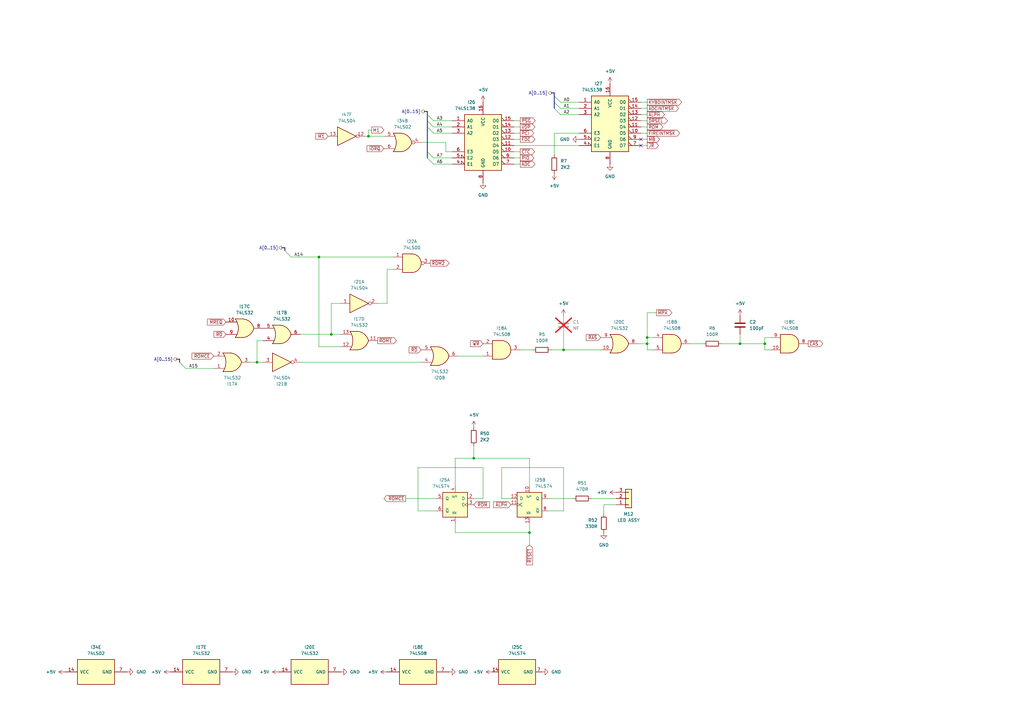
<source format=kicad_sch>
(kicad_sch (version 20250114) (generator "eeschema") (generator_version "9.0")
  (paper "A3")
  (lib_symbols
    (symbol "74xx:74LS00" (pin_names (offset 1.016))
      (property "Reference" "U" (at 0 1.27 0))
      (property "Value" "74LS00" (at 0 -1.27 0))
      (symbol "74LS00_1_1"
        (pin input line (at -7.62 2.54 0) (length 3.81) (name "~") (number "1"))
        (pin input line (at -7.62 -2.54 0) (length 3.81) (name "~") (number "2"))
        (pin output inverted (at 7.62 0 180) (length 3.81) (name "~") (number "3"))
      )
      (symbol "74LS00_1_2"
        (pin input inverted (at -7.62 2.54 0) (length 4.318) (name "~") (number "1"))
        (pin input inverted (at -7.62 -2.54 0) (length 4.318) (name "~") (number "2"))
        (pin output line (at 7.62 0 180) (length 3.81) (name "~") (number "3"))
      )
      (symbol "74LS00_2_1"
        (pin input line (at -7.62 2.54 0) (length 3.81) (name "~") (number "4"))
        (pin input line (at -7.62 -2.54 0) (length 3.81) (name "~") (number "5"))
        (pin output inverted (at 7.62 0 180) (length 3.81) (name "~") (number "6"))
      )
      (symbol "74LS00_2_2"
        (pin input inverted (at -7.62 2.54 0) (length 4.318) (name "~") (number "4"))
        (pin input inverted (at -7.62 -2.54 0) (length 4.318) (name "~") (number "5"))
        (pin output line (at 7.62 0 180) (length 3.81) (name "~") (number "6"))
      )
      (symbol "74LS00_3_1"
        (pin input line (at -7.62 2.54 0) (length 3.81) (name "~") (number "9"))
        (pin input line (at -7.62 -2.54 0) (length 3.81) (name "~") (number "10"))
        (pin output inverted (at 7.62 0 180) (length 3.81) (name "~") (number "8"))
      )
      (symbol "74LS00_3_2"
        (pin input inverted (at -7.62 2.54 0) (length 4.318) (name "~") (number "9"))
        (pin input inverted (at -7.62 -2.54 0) (length 4.318) (name "~") (number "10"))
        (pin output line (at 7.62 0 180) (length 3.81) (name "~") (number "8"))
      )
      (symbol "74LS00_4_1"
        (pin input line (at -7.62 2.54 0) (length 3.81) (name "~") (number "12"))
        (pin input line (at -7.62 -2.54 0) (length 3.81) (name "~") (number "13"))
        (pin output inverted (at 7.62 0 180) (length 3.81) (name "~") (number "11"))
      )
      (symbol "74LS00_4_2"
        (pin input inverted (at -7.62 2.54 0) (length 4.318) (name "~") (number "12"))
        (pin input inverted (at -7.62 -2.54 0) (length 4.318) (name "~") (number "13"))
        (pin output line (at 7.62 0 180) (length 3.81) (name "~") (number "11"))
      )
      (symbol "74LS00_5_0"
        (pin power_in line (at 0 12.7 270) (length 5.08) (name "VCC") (number "14"))
        (pin power_in line (at 0 -12.7 90) (length 5.08) (name "GND") (number "7"))
      )
    )
    (symbol "74xx:74LS02" (pin_names (offset 1.016))
      (property "Reference" "U" (at 0 1.27 0))
      (property "Value" "74LS02" (at 0 -1.27 0))
      (symbol "74LS02_1_1"
        (pin input line (at -7.62 2.54 0) (length 4.318) (name "~") (number "2"))
        (pin input line (at -7.62 -2.54 0) (length 4.318) (name "~") (number "3"))
        (pin output inverted (at 7.62 0 180) (length 3.81) (name "~") (number "1"))
      )
      (symbol "74LS02_1_2"
        (pin input inverted (at -7.62 2.54 0) (length 3.81) (name "~") (number "2"))
        (pin input inverted (at -7.62 -2.54 0) (length 3.81) (name "~") (number "3"))
        (pin output line (at 7.62 0 180) (length 3.81) (name "~") (number "1"))
      )
      (symbol "74LS02_2_1"
        (pin input line (at -7.62 2.54 0) (length 4.318) (name "~") (number "5"))
        (pin input line (at -7.62 -2.54 0) (length 4.318) (name "~") (number "6"))
        (pin output inverted (at 7.62 0 180) (length 3.81) (name "~") (number "4"))
      )
      (symbol "74LS02_2_2"
        (pin input inverted (at -7.62 2.54 0) (length 3.81) (name "~") (number "5"))
        (pin input inverted (at -7.62 -2.54 0) (length 3.81) (name "~") (number "6"))
        (pin output line (at 7.62 0 180) (length 3.81) (name "~") (number "4"))
      )
      (symbol "74LS02_3_1"
        (pin input line (at -7.62 2.54 0) (length 4.318) (name "~") (number "8"))
        (pin input line (at -7.62 -2.54 0) (length 4.318) (name "~") (number "9"))
        (pin output inverted (at 7.62 0 180) (length 3.81) (name "~") (number "10"))
      )
      (symbol "74LS02_3_2"
        (pin input inverted (at -7.62 2.54 0) (length 3.81) (name "~") (number "8"))
        (pin input inverted (at -7.62 -2.54 0) (length 3.81) (name "~") (number "9"))
        (pin output line (at 7.62 0 180) (length 3.81) (name "~") (number "10"))
      )
      (symbol "74LS02_4_1"
        (pin input line (at -7.62 2.54 0) (length 4.318) (name "~") (number "11"))
        (pin input line (at -7.62 -2.54 0) (length 4.318) (name "~") (number "12"))
        (pin output inverted (at 7.62 0 180) (length 3.81) (name "~") (number "13"))
      )
      (symbol "74LS02_4_2"
        (pin input inverted (at -7.62 2.54 0) (length 3.81) (name "~") (number "11"))
        (pin input inverted (at -7.62 -2.54 0) (length 3.81) (name "~") (number "12"))
        (pin output line (at 7.62 0 180) (length 3.81) (name "~") (number "13"))
      )
      (symbol "74LS02_5_0"
        (pin power_in line (at 0 12.7 270) (length 5.08) (name "VCC") (number "14"))
        (pin power_in line (at 0 -12.7 90) (length 5.08) (name "GND") (number "7"))
      )
    )
    (symbol "74xx:74LS04"
      (property "Reference" "U" (at 0 1.27 0))
      (property "Value" "74LS04" (at 0 -1.27 0))
      (symbol "74LS04_1_0"
        (pin input line (at -7.62 0 0) (length 3.81) (name "~") (number "1"))
        (pin output inverted (at 7.62 0 180) (length 3.81) (name "~") (number "2"))
      )
      (symbol "74LS04_2_0"
        (pin input line (at -7.62 0 0) (length 3.81) (name "~") (number "3"))
        (pin output inverted (at 7.62 0 180) (length 3.81) (name "~") (number "4"))
      )
      (symbol "74LS04_3_0"
        (pin input line (at -7.62 0 0) (length 3.81) (name "~") (number "5"))
        (pin output inverted (at 7.62 0 180) (length 3.81) (name "~") (number "6"))
      )
      (symbol "74LS04_4_0"
        (pin input line (at -7.62 0 0) (length 3.81) (name "~") (number "9"))
        (pin output inverted (at 7.62 0 180) (length 3.81) (name "~") (number "8"))
      )
      (symbol "74LS04_5_0"
        (pin input line (at -7.62 0 0) (length 3.81) (name "~") (number "11"))
        (pin output inverted (at 7.62 0 180) (length 3.81) (name "~") (number "10"))
      )
      (symbol "74LS04_6_0"
        (pin input line (at -7.62 0 0) (length 3.81) (name "~") (number "13"))
        (pin output inverted (at 7.62 0 180) (length 3.81) (name "~") (number "12"))
      )
      (symbol "74LS04_7_0"
        (pin power_in line (at 0 12.7 270) (length 5.08) (name "VCC") (number "14"))
        (pin power_in line (at 0 -12.7 90) (length 5.08) (name "GND") (number "7"))
      )
    )
    (symbol "74xx:74LS08" (pin_names (offset 1.016))
      (property "Reference" "U" (at 0 1.27 0))
      (property "Value" "74LS08" (at 0 -1.27 0))
      (symbol "74LS08_1_1"
        (pin input line (at -7.62 2.54 0) (length 3.81) (name "~") (number "1"))
        (pin input line (at -7.62 -2.54 0) (length 3.81) (name "~") (number "2"))
        (pin output line (at 7.62 0 180) (length 3.81) (name "~") (number "3"))
      )
      (symbol "74LS08_1_2"
        (pin input inverted (at -7.62 2.54 0) (length 4.318) (name "~") (number "1"))
        (pin input inverted (at -7.62 -2.54 0) (length 4.318) (name "~") (number "2"))
        (pin output inverted (at 7.62 0 180) (length 3.81) (name "~") (number "3"))
      )
      (symbol "74LS08_2_1"
        (pin input line (at -7.62 2.54 0) (length 3.81) (name "~") (number "4"))
        (pin input line (at -7.62 -2.54 0) (length 3.81) (name "~") (number "5"))
        (pin output line (at 7.62 0 180) (length 3.81) (name "~") (number "6"))
      )
      (symbol "74LS08_2_2"
        (pin input inverted (at -7.62 2.54 0) (length 4.318) (name "~") (number "4"))
        (pin input inverted (at -7.62 -2.54 0) (length 4.318) (name "~") (number "5"))
        (pin output inverted (at 7.62 0 180) (length 3.81) (name "~") (number "6"))
      )
      (symbol "74LS08_3_1"
        (pin input line (at -7.62 2.54 0) (length 3.81) (name "~") (number "9"))
        (pin input line (at -7.62 -2.54 0) (length 3.81) (name "~") (number "10"))
        (pin output line (at 7.62 0 180) (length 3.81) (name "~") (number "8"))
      )
      (symbol "74LS08_3_2"
        (pin input inverted (at -7.62 2.54 0) (length 4.318) (name "~") (number "9"))
        (pin input inverted (at -7.62 -2.54 0) (length 4.318) (name "~") (number "10"))
        (pin output inverted (at 7.62 0 180) (length 3.81) (name "~") (number "8"))
      )
      (symbol "74LS08_4_1"
        (pin input line (at -7.62 2.54 0) (length 3.81) (name "~") (number "12"))
        (pin input line (at -7.62 -2.54 0) (length 3.81) (name "~") (number "13"))
        (pin output line (at 7.62 0 180) (length 3.81) (name "~") (number "11"))
      )
      (symbol "74LS08_4_2"
        (pin input inverted (at -7.62 2.54 0) (length 4.318) (name "~") (number "12"))
        (pin input inverted (at -7.62 -2.54 0) (length 4.318) (name "~") (number "13"))
        (pin output inverted (at 7.62 0 180) (length 3.81) (name "~") (number "11"))
      )
      (symbol "74LS08_5_0"
        (pin power_in line (at 0 12.7 270) (length 5.08) (name "VCC") (number "14"))
        (pin power_in line (at 0 -12.7 90) (length 5.08) (name "GND") (number "7"))
      )
    )
    (symbol "74xx:74LS138" (pin_names (offset 1.016))
      (property "Reference" "U" (at -7.62 11.43 0))
      (property "Value" "74LS138" (at -7.62 -13.97 0))
      (symbol "74LS138_1_0"
        (pin input line (at -12.7 7.62 0) (length 5.08) (name "A0") (number "1"))
        (pin input line (at -12.7 5.08 0) (length 5.08) (name "A1") (number "2"))
        (pin input line (at -12.7 2.54 0) (length 5.08) (name "A2") (number "3"))
        (pin input line (at -12.7 -5.08 0) (length 5.08) (name "E3") (number "6"))
        (pin input input_low (at -12.7 -7.62 0) (length 5.08) (name "E2") (number "5"))
        (pin input input_low (at -12.7 -10.16 0) (length 5.08) (name "E1") (number "4"))
        (pin power_in line (at 0 15.24 270) (length 5.08) (name "VCC") (number "16"))
        (pin power_in line (at 0 -17.78 90) (length 5.08) (name "GND") (number "8"))
        (pin output output_low (at 12.7 7.62 180) (length 5.08) (name "O0") (number "15"))
        (pin output output_low (at 12.7 5.08 180) (length 5.08) (name "O1") (number "14"))
        (pin output output_low (at 12.7 2.54 180) (length 5.08) (name "O2") (number "13"))
        (pin output output_low (at 12.7 0 180) (length 5.08) (name "O3") (number "12"))
        (pin output output_low (at 12.7 -2.54 180) (length 5.08) (name "O4") (number "11"))
        (pin output output_low (at 12.7 -5.08 180) (length 5.08) (name "O5") (number "10"))
        (pin output output_low (at 12.7 -7.62 180) (length 5.08) (name "O6") (number "9"))
        (pin output output_low (at 12.7 -10.16 180) (length 5.08) (name "O7") (number "7"))
      )
    )
    (symbol "74xx:74LS32" (pin_names (offset 1.016))
      (property "Reference" "U" (at 0 1.27 0))
      (property "Value" "74LS32" (at 0 -1.27 0))
      (symbol "74LS32_1_1"
        (pin input line (at -7.62 2.54 0) (length 4.318) (name "~") (number "1"))
        (pin input line (at -7.62 -2.54 0) (length 4.318) (name "~") (number "2"))
        (pin output line (at 7.62 0 180) (length 3.81) (name "~") (number "3"))
      )
      (symbol "74LS32_1_2"
        (pin input inverted (at -7.62 2.54 0) (length 3.81) (name "~") (number "1"))
        (pin input inverted (at -7.62 -2.54 0) (length 3.81) (name "~") (number "2"))
        (pin output inverted (at 7.62 0 180) (length 3.81) (name "~") (number "3"))
      )
      (symbol "74LS32_2_1"
        (pin input line (at -7.62 2.54 0) (length 4.318) (name "~") (number "4"))
        (pin input line (at -7.62 -2.54 0) (length 4.318) (name "~") (number "5"))
        (pin output line (at 7.62 0 180) (length 3.81) (name "~") (number "6"))
      )
      (symbol "74LS32_2_2"
        (pin input inverted (at -7.62 2.54 0) (length 3.81) (name "~") (number "4"))
        (pin input inverted (at -7.62 -2.54 0) (length 3.81) (name "~") (number "5"))
        (pin output inverted (at 7.62 0 180) (length 3.81) (name "~") (number "6"))
      )
      (symbol "74LS32_3_1"
        (pin input line (at -7.62 2.54 0) (length 4.318) (name "~") (number "9"))
        (pin input line (at -7.62 -2.54 0) (length 4.318) (name "~") (number "10"))
        (pin output line (at 7.62 0 180) (length 3.81) (name "~") (number "8"))
      )
      (symbol "74LS32_3_2"
        (pin input inverted (at -7.62 2.54 0) (length 3.81) (name "~") (number "9"))
        (pin input inverted (at -7.62 -2.54 0) (length 3.81) (name "~") (number "10"))
        (pin output inverted (at 7.62 0 180) (length 3.81) (name "~") (number "8"))
      )
      (symbol "74LS32_4_1"
        (pin input line (at -7.62 2.54 0) (length 4.318) (name "~") (number "12"))
        (pin input line (at -7.62 -2.54 0) (length 4.318) (name "~") (number "13"))
        (pin output line (at 7.62 0 180) (length 3.81) (name "~") (number "11"))
      )
      (symbol "74LS32_4_2"
        (pin input inverted (at -7.62 2.54 0) (length 3.81) (name "~") (number "12"))
        (pin input inverted (at -7.62 -2.54 0) (length 3.81) (name "~") (number "13"))
        (pin output inverted (at 7.62 0 180) (length 3.81) (name "~") (number "11"))
      )
      (symbol "74LS32_5_0"
        (pin power_in line (at 0 12.7 270) (length 5.08) (name "VCC") (number "14"))
        (pin power_in line (at 0 -12.7 90) (length 5.08) (name "GND") (number "7"))
      )
    )
    (symbol "74xx:74LS74" (pin_names (offset 1.016))
      (property "Reference" "U" (at -7.62 8.89 0))
      (property "Value" "74LS74" (at -7.62 -8.89 0))
      (symbol "74LS74_1_0"
        (pin input line (at -7.62 2.54 0) (length 2.54) (name "D") (number "2"))
        (pin input clock (at -7.62 0 0) (length 2.54) (name "C") (number "3"))
        (pin input line (at 0 7.62 270) (length 2.54) (name "~{S}") (number "4"))
        (pin input line (at 0 -7.62 90) (length 2.54) (name "~{R}") (number "1"))
        (pin output line (at 7.62 2.54 180) (length 2.54) (name "Q") (number "5"))
        (pin output line (at 7.62 -2.54 180) (length 2.54) (name "~{Q}") (number "6"))
      )
      (symbol "74LS74_2_0"
        (pin input line (at -7.62 2.54 0) (length 2.54) (name "D") (number "12"))
        (pin input clock (at -7.62 0 0) (length 2.54) (name "C") (number "11"))
        (pin input line (at 0 7.62 270) (length 2.54) (name "~{S}") (number "10"))
        (pin input line (at 0 -7.62 90) (length 2.54) (name "~{R}") (number "13"))
        (pin output line (at 7.62 2.54 180) (length 2.54) (name "Q") (number "9"))
        (pin output line (at 7.62 -2.54 180) (length 2.54) (name "~{Q}") (number "8"))
      )
      (symbol "74LS74_3_0"
        (pin power_in line (at 0 10.16 270) (length 2.54) (name "VCC") (number "14"))
        (pin power_in line (at 0 -10.16 90) (length 2.54) (name "GND") (number "7"))
      )
    )
    (symbol "Connector_Generic:Conn_01x03" (pin_names (offset 1.016) (hide yes))
      (property "Reference" "J" (at 0 5.08 0))
      (property "Value" "Conn_01x03" (at 0 -5.08 0))
      (symbol "Conn_01x03_1_1"
        (pin passive line (at -5.08 2.54 0) (length 3.81) (name "Pin_1") (number "1"))
        (pin passive line (at -5.08 0 0) (length 3.81) (name "Pin_2") (number "2"))
        (pin passive line (at -5.08 -2.54 0) (length 3.81) (name "Pin_3") (number "3"))
      )
    )
    (symbol "Device:C" (pin_numbers (hide yes)) (pin_names (offset 0.254))
      (property "Reference" "C" (at 0.635 2.54 0))
      (property "Value" "C" (at 0.635 -2.54 0))
      (symbol "C_1_1"
        (pin passive line (at 0 3.81 270) (length 2.794) (name "~") (number "1"))
        (pin passive line (at 0 -3.81 90) (length 2.794) (name "~") (number "2"))
      )
    )
    (symbol "Device:R" (pin_numbers (hide yes)) (pin_names (offset 0))
      (property "Reference" "R" (at 2.032 0 90))
      (property "Value" "R" (at 0 0 90))
      (symbol "R_1_1"
        (pin passive line (at 0 3.81 270) (length 1.27) (name "~") (number "1"))
        (pin passive line (at 0 -3.81 90) (length 1.27) (name "~") (number "2"))
      )
    )
    (symbol "power:+5V" (power) (pin_numbers (hide yes)) (pin_names (offset 0) (hide yes))
      (property "Value" "+5V" (at 0 3.556 0))
      (symbol "+5V_1_1"
        (pin power_in line (at 0 0 90) (length 0) (name "~") (number "1"))
      )
    )
    (symbol "power:GND" (power) (pin_numbers (hide yes)) (pin_names (offset 0) (hide yes))
      (property "Value" "GND" (at 0 -3.81 0))
      (symbol "GND_1_1"
        (pin power_in line (at 0 0 270) (length 0) (name "~") (number "1"))
      )
    )
  )
  (junction (at 231.14 143.51))
  (junction (at 313.69 140.97))
  (junction (at 265.43 138.43))
  (junction (at 130.81 105.41))
  (junction (at 151.13 55.88))
  (junction (at 135.89 137.16))
  (junction (at 105.41 148.59))
  (junction (at 194.31 187.96))
  (junction (at 303.53 140.97))
  (junction (at 265.43 140.97))
  (junction (at 217.17 218.44))
  (no_connect (at 262.89 57.15))
  (no_connect (at 262.89 59.69))
  (bus_entry (at 229.87 44.45) (size -2.54 -2.54))
  (bus_entry (at 177.8 54.61) (size -2.54 -2.54))
  (bus_entry (at 177.8 64.77) (size -2.54 -2.54))
  (bus_entry (at 177.8 49.53) (size -2.54 -2.54))
  (bus_entry (at 119.38 105.41) (size -2.54 -2.54))
  (bus_entry (at 229.87 46.99) (size -2.54 -2.54))
  (bus_entry (at 76.2 151.13) (size -2.54 -2.54))
  (bus_entry (at 177.8 67.31) (size -2.54 -2.54))
  (bus_entry (at 177.8 52.07) (size -2.54 -2.54))
  (bus_entry (at 229.87 41.91) (size -2.54 -2.54))
  (wire (pts (xy 185.42 67.31) (xy 177.8 67.31)))
  (bus (pts (xy 175.26 49.53) (xy 175.26 52.07)))
  (wire (pts (xy 194.31 204.47) (xy 198.12 204.47)))
  (wire (pts (xy 247.65 207.01) (xy 252.73 207.01)))
  (wire (pts (xy 171.45 209.55) (xy 179.07 209.55)))
  (wire (pts (xy 265.43 54.61) (xy 262.89 54.61)))
  (wire (pts (xy 234.95 204.47) (xy 224.79 204.47)))
  (wire (pts (xy 217.17 218.44) (xy 217.17 223.52)))
  (wire (pts (xy 149.86 55.88) (xy 151.13 55.88)))
  (bus (pts (xy 173.99 45.72) (xy 175.26 45.72)))
  (wire (pts (xy 237.49 44.45) (xy 229.87 44.45)))
  (wire (pts (xy 185.42 64.77) (xy 177.8 64.77)))
  (wire (pts (xy 213.36 49.53) (xy 210.82 49.53)))
  (wire (pts (xy 265.43 44.45) (xy 262.89 44.45)))
  (wire (pts (xy 123.19 148.59) (xy 172.72 148.59)))
  (wire (pts (xy 231.14 209.55) (xy 224.79 209.55)))
  (wire (pts (xy 231.14 137.16) (xy 231.14 143.51)))
  (bus (pts (xy 175.26 46.99) (xy 175.26 49.53)))
  (wire (pts (xy 213.36 62.23) (xy 210.82 62.23)))
  (wire (pts (xy 227.33 54.61) (xy 237.49 54.61)))
  (bus (pts (xy 175.26 62.23) (xy 175.26 64.77)))
  (wire (pts (xy 217.17 187.96) (xy 194.31 187.96)))
  (wire (pts (xy 205.74 204.47) (xy 205.74 191.77)))
  (bus (pts (xy 116.84 101.6) (xy 116.84 102.87)))
  (wire (pts (xy 213.36 67.31) (xy 210.82 67.31)))
  (wire (pts (xy 267.97 138.43) (xy 265.43 138.43)))
  (wire (pts (xy 166.37 204.47) (xy 179.07 204.47)))
  (wire (pts (xy 316.23 143.51) (xy 313.69 143.51)))
  (wire (pts (xy 105.41 148.59) (xy 107.95 148.59)))
  (wire (pts (xy 252.73 204.47) (xy 242.57 204.47)))
  (bus (pts (xy 175.26 45.72) (xy 175.26 46.99)))
  (wire (pts (xy 130.81 142.24) (xy 130.81 105.41)))
  (wire (pts (xy 185.42 52.07) (xy 177.8 52.07)))
  (bus (pts (xy 73.66 147.32) (xy 73.66 148.59)))
  (wire (pts (xy 135.89 124.46) (xy 135.89 137.16)))
  (wire (pts (xy 237.49 41.91) (xy 229.87 41.91)))
  (wire (pts (xy 213.36 64.77) (xy 210.82 64.77)))
  (wire (pts (xy 265.43 41.91) (xy 262.89 41.91)))
  (wire (pts (xy 102.87 148.59) (xy 105.41 148.59)))
  (wire (pts (xy 119.38 105.41) (xy 130.81 105.41)))
  (wire (pts (xy 265.43 128.27) (xy 265.43 138.43)))
  (wire (pts (xy 194.31 187.96) (xy 186.69 187.96)))
  (bus (pts (xy 227.33 41.91) (xy 227.33 44.45)))
  (wire (pts (xy 265.43 46.99) (xy 262.89 46.99)))
  (wire (pts (xy 185.42 62.23) (xy 182.88 62.23)))
  (wire (pts (xy 209.55 204.47) (xy 205.74 204.47)))
  (wire (pts (xy 218.44 143.51) (xy 213.36 143.51)))
  (wire (pts (xy 130.81 105.41) (xy 161.29 105.41)))
  (wire (pts (xy 213.36 54.61) (xy 210.82 54.61)))
  (wire (pts (xy 213.36 57.15) (xy 210.82 57.15)))
  (wire (pts (xy 198.12 204.47) (xy 198.12 191.77)))
  (wire (pts (xy 198.12 191.77) (xy 171.45 191.77)))
  (wire (pts (xy 303.53 140.97) (xy 303.53 137.16)))
  (wire (pts (xy 158.75 110.49) (xy 161.29 110.49)))
  (wire (pts (xy 151.13 53.34) (xy 151.13 55.88)))
  (wire (pts (xy 267.97 143.51) (xy 265.43 143.51)))
  (wire (pts (xy 154.94 124.46) (xy 158.75 124.46)))
  (wire (pts (xy 105.41 139.7) (xy 107.95 139.7)))
  (wire (pts (xy 231.14 191.77) (xy 231.14 209.55)))
  (wire (pts (xy 313.69 138.43) (xy 316.23 138.43)))
  (wire (pts (xy 288.29 140.97) (xy 283.21 140.97)))
  (bus (pts (xy 227.33 38.1) (xy 227.33 39.37)))
  (wire (pts (xy 76.2 151.13) (xy 87.63 151.13)))
  (wire (pts (xy 303.53 140.97) (xy 313.69 140.97)))
  (wire (pts (xy 265.43 49.53) (xy 262.89 49.53)))
  (wire (pts (xy 172.72 58.42) (xy 182.88 58.42)))
  (wire (pts (xy 265.43 59.69) (xy 262.89 59.69)))
  (wire (pts (xy 231.14 143.51) (xy 246.38 143.51)))
  (wire (pts (xy 213.36 52.07) (xy 210.82 52.07)))
  (wire (pts (xy 152.4 53.34) (xy 151.13 53.34)))
  (bus (pts (xy 226.06 38.1) (xy 227.33 38.1)))
  (wire (pts (xy 194.31 182.88) (xy 194.31 187.96)))
  (wire (pts (xy 139.7 137.16) (xy 135.89 137.16)))
  (wire (pts (xy 265.43 52.07) (xy 262.89 52.07)))
  (wire (pts (xy 171.45 191.77) (xy 171.45 209.55)))
  (wire (pts (xy 265.43 57.15) (xy 262.89 57.15)))
  (wire (pts (xy 247.65 210.82) (xy 247.65 207.01)))
  (wire (pts (xy 231.14 143.51) (xy 226.06 143.51)))
  (bus (pts (xy 72.39 147.32) (xy 73.66 147.32)))
  (wire (pts (xy 139.7 124.46) (xy 135.89 124.46)))
  (wire (pts (xy 185.42 54.61) (xy 177.8 54.61)))
  (wire (pts (xy 186.69 187.96) (xy 186.69 199.39)))
  (wire (pts (xy 185.42 49.53) (xy 177.8 49.53)))
  (bus (pts (xy 115.57 101.6) (xy 116.84 101.6)))
  (wire (pts (xy 186.69 218.44) (xy 217.17 218.44)))
  (wire (pts (xy 151.13 55.88) (xy 157.48 55.88)))
  (wire (pts (xy 217.17 199.39) (xy 217.17 187.96)))
  (wire (pts (xy 265.43 138.43) (xy 265.43 140.97)))
  (wire (pts (xy 182.88 62.23) (xy 182.88 58.42)))
  (bus (pts (xy 175.26 52.07) (xy 175.26 62.23)))
  (wire (pts (xy 237.49 46.99) (xy 229.87 46.99)))
  (bus (pts (xy 227.33 39.37) (xy 227.33 41.91)))
  (wire (pts (xy 105.41 148.59) (xy 105.41 139.7)))
  (wire (pts (xy 265.43 143.51) (xy 265.43 140.97)))
  (wire (pts (xy 210.82 59.69) (xy 237.49 59.69)))
  (wire (pts (xy 313.69 140.97) (xy 313.69 138.43)))
  (wire (pts (xy 205.74 191.77) (xy 231.14 191.77)))
  (wire (pts (xy 227.33 63.5) (xy 227.33 54.61)))
  (wire (pts (xy 158.75 124.46) (xy 158.75 110.49)))
  (wire (pts (xy 198.12 146.05) (xy 187.96 146.05)))
  (wire (pts (xy 135.89 137.16) (xy 123.19 137.16)))
  (wire (pts (xy 139.7 142.24) (xy 130.81 142.24)))
  (wire (pts (xy 265.43 140.97) (xy 261.62 140.97)))
  (wire (pts (xy 269.24 128.27) (xy 265.43 128.27)))
  (wire (pts (xy 295.91 140.97) (xy 303.53 140.97)))
  (wire (pts (xy 186.69 214.63) (xy 186.69 218.44)))
  (wire (pts (xy 313.69 143.51) (xy 313.69 140.97)))
  (wire (pts (xy 217.17 218.44) (xy 217.17 214.63)))
  (label "A5" (at 179.07 54.61 0))
  (label "A14" (at 120.65 105.41 0))
  (label "A0" (at 231.14 41.91 0))
  (label "A1" (at 231.14 44.45 0))
  (label "A2" (at 231.14 46.99 0))
  (label "A7" (at 179.07 64.77 0))
  (label "A3" (at 179.07 49.53 0))
  (label "A6" (at 179.07 67.31 0))
  (label "A15" (at 77.47 151.13 0))
  (label "A4" (at 179.07 52.07 0))
  (global_label "~{PSG}" (shape output) (at 213.36 49.53 0) (property "Intersheetrefs" "${INTERSHEET_REFS}" (effects (hide yes))))
  (global_label "~{ADC}" (shape output) (at 213.36 67.31 0) (property "Intersheetrefs" "${INTERSHEET_REFS}" (effects (hide yes))))
  (global_label "~{PCI}" (shape output) (at 213.36 54.61 0) (property "Intersheetrefs" "${INTERSHEET_REFS}" (effects (hide yes))))
  (global_label "~{ROM2}" (shape output) (at 176.53 107.95 0) (property "Intersheetrefs" "${INTERSHEET_REFS}" (effects (hide yes))))
  (global_label "~{WR}" (shape input) (at 198.12 140.97 180) (property "Intersheetrefs" "${INTERSHEET_REFS}" (effects (hide yes))))
  (global_label "~{FIREINTMSK}" (shape output) (at 265.43 54.61 0) (property "Intersheetrefs" "${INTERSHEET_REFS}" (effects (hide yes))))
  (global_label "~{MPX}" (shape output) (at 269.24 128.27 0) (property "Intersheetrefs" "${INTERSHEET_REFS}" (effects (hide yes))))
  (global_label "M1" (shape output) (at 152.4 53.34 0) (property "Intersheetrefs" "${INTERSHEET_REFS}" (effects (hide yes))))
  (global_label "~{RD}" (shape input) (at 172.72 143.51 180) (property "Intersheetrefs" "${INTERSHEET_REFS}" (effects (hide yes))))
  (global_label "~{MB}" (shape output) (at 265.43 57.15 0) (property "Intersheetrefs" "${INTERSHEET_REFS}" (effects (hide yes))))
  (global_label "~{IORQ}" (shape input) (at 157.48 60.96 180) (property "Intersheetrefs" "${INTERSHEET_REFS}" (effects (hide yes))))
  (global_label "~{KYBDINTMSK}" (shape output) (at 265.43 41.91 0) (property "Intersheetrefs" "${INTERSHEET_REFS}" (effects (hide yes))))
  (global_label "~{CAS}" (shape output) (at 331.47 140.97 0) (property "Intersheetrefs" "${INTERSHEET_REFS}" (effects (hide yes))))
  (global_label "~{CTC}" (shape output) (at 213.36 62.23 0) (property "Intersheetrefs" "${INTERSHEET_REFS}" (effects (hide yes))))
  (global_label "~{PIO}" (shape output) (at 213.36 64.77 0) (property "Intersheetrefs" "${INTERSHEET_REFS}" (effects (hide yes))))
  (global_label "~{RD}" (shape input) (at 92.71 137.16 180) (property "Intersheetrefs" "${INTERSHEET_REFS}" (effects (hide yes))))
  (global_label "~{ALPH}" (shape output) (at 265.43 46.99 0) (property "Intersheetrefs" "${INTERSHEET_REFS}" (effects (hide yes))))
  (global_label "~{DRSEL}" (shape output) (at 265.43 49.53 0) (property "Intersheetrefs" "${INTERSHEET_REFS}" (effects (hide yes))))
  (global_label "~{FDC}" (shape output) (at 213.36 57.15 0) (property "Intersheetrefs" "${INTERSHEET_REFS}" (effects (hide yes))))
  (global_label "~{ALPH}" (shape input) (at 209.55 207.01 180) (property "Intersheetrefs" "${INTERSHEET_REFS}" (effects (hide yes))))
  (global_label "~{MREQ}" (shape input) (at 92.71 132.08 180) (property "Intersheetrefs" "${INTERSHEET_REFS}" (effects (hide yes))))
  (global_label "~{ROM}" (shape input) (at 194.31 207.01 0) (property "Intersheetrefs" "${INTERSHEET_REFS}" (effects (hide yes))))
  (global_label "~{RESET}" (shape input) (at 217.17 223.52 270) (property "Intersheetrefs" "${INTERSHEET_REFS}" (effects (hide yes))))
  (global_label "~{ROMCE}" (shape input) (at 87.63 146.05 180) (property "Intersheetrefs" "${INTERSHEET_REFS}" (effects (hide yes))))
  (global_label "~{JR}" (shape output) (at 265.43 59.69 0) (property "Intersheetrefs" "${INTERSHEET_REFS}" (effects (hide yes))))
  (global_label "~{M1}" (shape input) (at 134.62 55.88 180) (property "Intersheetrefs" "${INTERSHEET_REFS}" (effects (hide yes))))
  (global_label "~{ROM}" (shape output) (at 265.43 52.07 0) (property "Intersheetrefs" "${INTERSHEET_REFS}" (effects (hide yes))))
  (global_label "~{ROMCE}" (shape output) (at 166.37 204.47 180) (property "Intersheetrefs" "${INTERSHEET_REFS}" (effects (hide yes))))
  (global_label "~{ROM1}" (shape output) (at 154.94 139.7 0) (property "Intersheetrefs" "${INTERSHEET_REFS}" (effects (hide yes))))
  (global_label "~{VDP}" (shape output) (at 213.36 52.07 0) (property "Intersheetrefs" "${INTERSHEET_REFS}" (effects (hide yes))))
  (global_label "~{ADCINTMSK}" (shape output) (at 265.43 44.45 0) (property "Intersheetrefs" "${INTERSHEET_REFS}" (effects (hide yes))))
  (global_label "~{RAS}" (shape input) (at 246.38 138.43 180) (property "Intersheetrefs" "${INTERSHEET_REFS}" (effects (hide yes))))
  (hierarchical_label "A[0..15]" (shape output) (at 72.39 147.32 180))
  (hierarchical_label "A[0..15]" (shape output) (at 115.57 101.6 180))
  (hierarchical_label "A[0..15]" (shape output) (at 226.06 38.1 180))
  (hierarchical_label "A[0..15]" (shape output) (at 173.99 45.72 180))
  (symbol (lib_id "74xx:74LS32") (at 115.57 137.16 0) (mirror x) (unit 2)
    (property "Reference" "I17" (at 115.57 128.27 0))
    (property "Value" "74LS32" (at 115.57 130.81 0))
    (property "Footprint" "Einstein:DIP-14_W7.62mm" (effects (hide yes)))
    (property "Datasheet" "http://www.ti.com/lit/gpn/sn74LS32" (effects (hide yes)))
    (property "Description" "Quad 2-input OR" (effects (hide yes)))
  )
  (symbol (lib_id "74xx:74LS32") (at 254 140.97 0) (unit 3)
    (property "Reference" "I20" (at 254 132.08 0))
    (property "Value" "74LS32" (at 254 134.62 0))
    (property "Footprint" "Einstein:DIP-14_W7.62mm" (effects (hide yes)))
    (property "Datasheet" "http://www.ti.com/lit/gpn/sn74LS32" (effects (hide yes)))
    (property "Description" "Quad 2-input OR" (effects (hide yes)))
  )
  (symbol (lib_id "power:+5V") (at 114.3 275.59 90) (unit 1)
    (property "Reference" "#PWR080" (effects (hide yes)))
    (property "Value" "+5V" (at 110.49 275.5899 90) (effects (justify left)))
    (property "Description" "Power symbol creates a global label with name \"+5V\"" (effects (hide yes)))
  )
  (symbol (lib_id "74xx:74LS02") (at 165.1 58.42 0) (unit 2)
    (property "Reference" "I34" (at 165.1 49.53 0))
    (property "Value" "74LS02" (at 165.1 52.07 0))
    (property "Footprint" "Einstein:DIP-14_W7.62mm" (effects (hide yes)))
    (property "Datasheet" "http://www.ti.com/lit/gpn/sn74ls02" (effects (hide yes)))
    (property "Description" "quad 2-input NOR gate" (effects (hide yes)))
  )
  (symbol (lib_id "power:+5V") (at 227.33 71.12 180) (unit 1)
    (property "Reference" "#PWR077" (effects (hide yes)))
    (property "Value" "+5V" (at 227.33 76.2 0))
    (property "Description" "Power symbol creates a global label with name \"+5V\"" (effects (hide yes)))
  )
  (symbol (lib_id "Device:C") (at 231.14 133.35 0) (mirror y) (unit 1) (in_bom no) (dnp yes)
    (property "Reference" "C1" (at 234.95 132.0799 0) (effects (justify right)))
    (property "Value" "NF" (at 234.95 134.6199 0) (effects (justify right)))
    (property "Footprint" "Einstein:C_Disc_10.16mm" (effects (hide yes)))
    (property "Description" "Unpolarized capacitor" (effects (hide yes)))
  )
  (symbol (lib_id "74xx:74LS74") (at 217.17 207.01 0) (unit 2)
    (property "Reference" "I25" (at 219.3133 196.85 0) (effects (justify left)))
    (property "Value" "74LS74" (at 219.3133 199.39 0) (effects (justify left)))
    (property "Footprint" "Einstein:DIP-14_W7.62mm" (effects (hide yes)))
    (property "Datasheet" "74xx/74hc_hct74.pdf" (effects (hide yes)))
    (property "Description" "Dual D Flip-flop, Set & Reset" (effects (hide yes)))
  )
  (symbol (lib_id "Device:R") (at 194.31 179.07 0) (unit 1)
    (property "Reference" "R50" (at 196.85 177.7999 0) (effects (justify left)))
    (property "Value" "2K2" (at 196.85 180.3399 0) (effects (justify left)))
    (property "Footprint" "Einstein:Resistor 12.70mm" (effects (hide yes)))
    (property "Description" "Resistor" (effects (hide yes)))
  )
  (symbol (lib_id "74xx:74LS74") (at 212.09 275.59 90) (unit 3)
    (property "Reference" "I25" (at 212.09 265.43 90))
    (property "Value" "74LS74" (at 212.09 267.97 90))
    (property "Footprint" "Einstein:DIP-14_W7.62mm" (effects (hide yes)))
    (property "Datasheet" "74xx/74hc_hct74.pdf" (effects (hide yes)))
    (property "Description" "Dual D Flip-flop, Set & Reset" (effects (hide yes)))
  )
  (symbol (lib_id "Connector_Generic:Conn_01x03") (at 257.81 204.47 0) (mirror x) (unit 1)
    (property "Reference" "M12" (at 257.81 210.82 0))
    (property "Value" "LED ASSY" (at 257.81 213.36 0))
    (property "Footprint" "Einstein:M12 PinHeader_1x03_P2.54mm" (effects (hide yes)))
    (property "Description" "Generic connector, single row, 01x03, script generated (kicad-library-utils/schlib/autogen/connector/)" (effects (hide yes)))
  )
  (symbol (lib_id "74xx:74LS00") (at 168.91 107.95 0) (unit 1)
    (property "Reference" "I22" (at 168.9017 99.06 0))
    (property "Value" "74LS00" (at 168.9017 101.6 0))
    (property "Footprint" "Einstein:DIP-14_W7.62mm" (effects (hide yes)))
    (property "Datasheet" "http://www.ti.com/lit/gpn/sn74ls00" (effects (hide yes)))
    (property "Description" "quad 2-input NAND gate" (effects (hide yes)))
  )
  (symbol (lib_id "74xx:74LS138") (at 250.19 49.53 0) (unit 1)
    (property "Reference" "I27" (at 247.0719 34.29 0) (effects (justify right)))
    (property "Value" "74LS138" (at 247.0719 36.83 0) (effects (justify right)))
    (property "Footprint" "Einstein:DIP-16_W7.62mm" (effects (hide yes)))
    (property "Datasheet" "http://www.ti.com/lit/gpn/sn74LS138" (effects (hide yes)))
    (property "Description" "Decoder 3 to 8 active low outputs" (effects (hide yes)))
  )
  (symbol (lib_id "power:+5V") (at 303.53 129.54 0) (unit 1)
    (property "Reference" "#PWR085" (effects (hide yes)))
    (property "Value" "+5V" (at 303.53 124.46 0))
    (property "Description" "Power symbol creates a global label with name \"+5V\"" (effects (hide yes)))
  )
  (symbol (lib_id "74xx:74LS32") (at 180.34 146.05 0) (mirror x) (unit 2)
    (property "Reference" "I20" (at 180.34 154.94 0))
    (property "Value" "74LS32" (at 180.34 152.4 0))
    (property "Footprint" "Einstein:DIP-14_W7.62mm" (effects (hide yes)))
    (property "Datasheet" "http://www.ti.com/lit/gpn/sn74LS32" (effects (hide yes)))
    (property "Description" "Quad 2-input OR" (effects (hide yes)))
  )
  (symbol (lib_id "power:+5V") (at 69.85 275.59 90) (unit 1)
    (property "Reference" "#PWR078" (effects (hide yes)))
    (property "Value" "+5V" (at 66.04 275.5899 90) (effects (justify left)))
    (property "Description" "Power symbol creates a global label with name \"+5V\"" (effects (hide yes)))
  )
  (symbol (lib_id "power:+5V") (at 252.73 201.93 90) (unit 1)
    (property "Reference" "#PWR090" (effects (hide yes)))
    (property "Value" "+5V" (at 248.92 201.9299 90) (effects (justify left)))
    (property "Description" "Power symbol creates a global label with name \"+5V\"" (effects (hide yes)))
  )
  (symbol (lib_id "power:GND") (at 247.65 218.44 0) (unit 1)
    (property "Reference" "#PWR089" (effects (hide yes)))
    (property "Value" "GND" (at 247.65 223.52 0))
    (property "Description" "Power symbol creates a global label with name \"GND\" , ground" (effects (hide yes)))
  )
  (symbol (lib_id "74xx:74LS04") (at 115.57 148.59 0) (mirror x) (unit 2)
    (property "Reference" "I21" (at 115.57 157.48 0))
    (property "Value" "74LS04" (at 115.57 154.94 0))
    (property "Footprint" "Einstein:DIP-14_W7.62mm" (effects (hide yes)))
    (property "Datasheet" "http://www.ti.com/lit/gpn/sn74LS04" (effects (hide yes)))
    (property "Description" "Hex Inverter" (effects (hide yes)))
  )
  (symbol (lib_id "74xx:74LS138") (at 198.12 57.15 0) (unit 1)
    (property "Reference" "I26" (at 195.0019 41.91 0) (effects (justify right)))
    (property "Value" "74LS138" (at 195.0019 44.45 0) (effects (justify right)))
    (property "Footprint" "Einstein:DIP-16_W7.62mm" (effects (hide yes)))
    (property "Datasheet" "http://www.ti.com/lit/gpn/sn74LS138" (effects (hide yes)))
    (property "Description" "Decoder 3 to 8 active low outputs" (effects (hide yes)))
  )
  (symbol (lib_id "74xx:74LS32") (at 95.25 148.59 0) (mirror x) (unit 1)
    (property "Reference" "I17" (at 95.25 157.48 0))
    (property "Value" "74LS32" (at 95.25 154.94 0))
    (property "Footprint" "Einstein:DIP-14_W7.62mm" (effects (hide yes)))
    (property "Datasheet" "http://www.ti.com/lit/gpn/sn74LS32" (effects (hide yes)))
    (property "Description" "Quad 2-input OR" (effects (hide yes)))
  )
  (symbol (lib_id "Device:R") (at 292.1 140.97 270) (unit 1)
    (property "Reference" "R6" (at 292.1 134.62 90))
    (property "Value" "100R" (at 292.1 137.16 90))
    (property "Footprint" "Einstein:Resistor 12.70mm" (effects (hide yes)))
    (property "Description" "Resistor" (effects (hide yes)))
  )
  (symbol (lib_id "power:GND") (at 139.7 275.59 90) (unit 1)
    (property "Reference" "#PWR081" (effects (hide yes)))
    (property "Value" "GND" (at 143.51 275.5899 90) (effects (justify right)))
    (property "Description" "Power symbol creates a global label with name \"GND\" , ground" (effects (hide yes)))
  )
  (symbol (lib_id "74xx:74LS02") (at 39.37 275.59 90) (unit 5)
    (property "Reference" "I34" (at 39.37 265.43 90))
    (property "Value" "74LS02" (at 39.37 267.97 90))
    (property "Footprint" "Einstein:DIP-14_W7.62mm" (effects (hide yes)))
    (property "Datasheet" "http://www.ti.com/lit/gpn/sn74ls02" (effects (hide yes)))
    (property "Description" "quad 2-input NOR gate" (effects (hide yes)))
  )
  (symbol (lib_id "Device:R") (at 227.33 67.31 180) (unit 1)
    (property "Reference" "R7" (at 229.87 66.0399 0) (effects (justify right)))
    (property "Value" "2K2" (at 229.87 68.5799 0) (effects (justify right)))
    (property "Footprint" "Einstein:Resistor 12.70mm" (effects (hide yes)))
    (property "Description" "Resistor" (effects (hide yes)))
  )
  (symbol (lib_id "power:+5V") (at 250.19 34.29 0) (unit 1)
    (property "Reference" "#PWR074" (effects (hide yes)))
    (property "Value" "+5V" (at 250.19 29.21 0))
    (property "Description" "Power symbol creates a global label with name \"+5V\"" (effects (hide yes)))
  )
  (symbol (lib_id "power:+5V") (at 26.67 275.59 90) (unit 1)
    (property "Reference" "#PWR072" (effects (hide yes)))
    (property "Value" "+5V" (at 22.86 275.5899 90) (effects (justify left)))
    (property "Description" "Power symbol creates a global label with name \"+5V\"" (effects (hide yes)))
  )
  (symbol (lib_id "74xx:74LS04") (at 142.24 55.88 0) (unit 6)
    (property "Reference" "I47" (at 142.24 46.99 0))
    (property "Value" "74LS04" (at 142.24 49.53 0))
    (property "Footprint" "Einstein:DIP-14_W7.62mm" (effects (hide yes)))
    (property "Datasheet" "http://www.ti.com/lit/gpn/sn74LS04" (effects (hide yes)))
    (property "Description" "Hex Inverter" (effects (hide yes)))
  )
  (symbol (lib_id "74xx:74LS32") (at 100.33 134.62 0) (mirror x) (unit 3)
    (property "Reference" "I17" (at 100.33 125.73 0))
    (property "Value" "74LS32" (at 100.33 128.27 0))
    (property "Footprint" "Einstein:DIP-14_W7.62mm" (effects (hide yes)))
    (property "Datasheet" "http://www.ti.com/lit/gpn/sn74LS32" (effects (hide yes)))
    (property "Description" "Quad 2-input OR" (effects (hide yes)))
  )
  (symbol (lib_id "power:+5V") (at 198.12 41.91 0) (unit 1)
    (property "Reference" "#PWR070" (effects (hide yes)))
    (property "Value" "+5V" (at 198.12 36.83 0))
    (property "Description" "Power symbol creates a global label with name \"+5V\"" (effects (hide yes)))
  )
  (symbol (lib_id "74xx:74LS08") (at 171.45 275.59 90) (unit 5)
    (property "Reference" "I18" (at 171.45 265.43 90))
    (property "Value" "74LS08" (at 171.45 267.97 90))
    (property "Footprint" "Einstein:DIP-14_W7.62mm" (effects (hide yes)))
    (property "Datasheet" "http://www.ti.com/lit/gpn/sn74LS08" (effects (hide yes)))
    (property "Description" "Quad And2" (effects (hide yes)))
  )
  (symbol (lib_id "74xx:74LS32") (at 127 275.59 90) (unit 5)
    (property "Reference" "I20" (at 127 265.43 90))
    (property "Value" "74LS32" (at 127 267.97 90))
    (property "Footprint" "Einstein:DIP-14_W7.62mm" (effects (hide yes)))
    (property "Datasheet" "http://www.ti.com/lit/gpn/sn74LS32" (effects (hide yes)))
    (property "Description" "Quad 2-input OR" (effects (hide yes)))
  )
  (symbol (lib_id "power:GND") (at 184.15 275.59 90) (unit 1)
    (property "Reference" "#PWR083" (effects (hide yes)))
    (property "Value" "GND" (at 187.96 275.5899 90) (effects (justify right)))
    (property "Description" "Power symbol creates a global label with name \"GND\" , ground" (effects (hide yes)))
  )
  (symbol (lib_id "74xx:74LS04") (at 147.32 124.46 0) (unit 1)
    (property "Reference" "I21" (at 147.32 115.57 0))
    (property "Value" "74LS04" (at 147.32 118.11 0))
    (property "Footprint" "Einstein:DIP-14_W7.62mm" (effects (hide yes)))
    (property "Datasheet" "http://www.ti.com/lit/gpn/sn74LS04" (effects (hide yes)))
    (property "Description" "Hex Inverter" (effects (hide yes)))
  )
  (symbol (lib_id "74xx:74LS32") (at 82.55 275.59 90) (unit 5)
    (property "Reference" "I17" (at 82.55 265.43 90))
    (property "Value" "74LS32" (at 82.55 267.97 90))
    (property "Footprint" "Einstein:DIP-14_W7.62mm" (effects (hide yes)))
    (property "Datasheet" "http://www.ti.com/lit/gpn/sn74LS32" (effects (hide yes)))
    (property "Description" "Quad 2-input OR" (effects (hide yes)))
  )
  (symbol (lib_id "Device:C") (at 303.53 133.35 0) (mirror y) (unit 1)
    (property "Reference" "C2" (at 307.34 132.0799 0) (effects (justify right)))
    (property "Value" "100pF" (at 307.34 134.6199 0) (effects (justify right)))
    (property "Footprint" "Einstein:C_Disc_10.16mm" (effects (hide yes)))
    (property "Description" "Unpolarized capacitor" (effects (hide yes)))
  )
  (symbol (lib_id "power:GND") (at 95.25 275.59 90) (unit 1)
    (property "Reference" "#PWR079" (effects (hide yes)))
    (property "Value" "GND" (at 99.06 275.5899 90) (effects (justify right)))
    (property "Description" "Power symbol creates a global label with name \"GND\" , ground" (effects (hide yes)))
  )
  (symbol (lib_id "Device:R") (at 247.65 214.63 0) (mirror y) (unit 1)
    (property "Reference" "R52" (at 245.11 213.3599 0) (effects (justify left)))
    (property "Value" "330R" (at 245.11 215.8999 0) (effects (justify left)))
    (property "Footprint" "Einstein:Resistor 12.70mm" (effects (hide yes)))
    (property "Description" "Resistor" (effects (hide yes)))
  )
  (symbol (lib_id "power:GND") (at 237.49 57.15 270) (unit 1)
    (property "Reference" "#PWR076" (effects (hide yes)))
    (property "Value" "GND" (at 233.68 57.15 90) (effects (justify right)))
    (property "Description" "Power symbol creates a global label with name \"GND\" , ground" (effects (hide yes)))
  )
  (symbol (lib_id "Device:R") (at 238.76 204.47 270) (unit 1)
    (property "Reference" "R51" (at 238.76 198.12 90))
    (property "Value" "470R" (at 238.76 200.66 90))
    (property "Footprint" "Einstein:Resistor 12.70mm" (effects (hide yes)))
    (property "Description" "Resistor" (effects (hide yes)))
  )
  (symbol (lib_id "Device:R") (at 222.25 143.51 270) (unit 1)
    (property "Reference" "R5" (at 222.25 137.16 90))
    (property "Value" "100R" (at 222.25 139.7 90))
    (property "Footprint" "Einstein:Resistor 12.70mm" (effects (hide yes)))
    (property "Description" "Resistor" (effects (hide yes)))
  )
  (symbol (lib_id "power:GND") (at 250.19 67.31 0) (unit 1)
    (property "Reference" "#PWR075" (effects (hide yes)))
    (property "Value" "GND" (at 250.19 72.39 0))
    (property "Description" "Power symbol creates a global label with name \"GND\" , ground" (effects (hide yes)))
  )
  (symbol (lib_id "74xx:74LS08") (at 275.59 140.97 0) (unit 2)
    (property "Reference" "I18" (at 275.5817 132.08 0))
    (property "Value" "74LS08" (at 275.5817 134.62 0))
    (property "Footprint" "Einstein:DIP-14_W7.62mm" (effects (hide yes)))
    (property "Datasheet" "http://www.ti.com/lit/gpn/sn74LS08" (effects (hide yes)))
    (property "Description" "Quad And2" (effects (hide yes)))
  )
  (symbol (lib_id "74xx:74LS32") (at 147.32 139.7 0) (mirror x) (unit 4)
    (property "Reference" "I17" (at 147.32 130.81 0))
    (property "Value" "74LS32" (at 147.32 133.35 0))
    (property "Footprint" "Einstein:DIP-14_W7.62mm" (effects (hide yes)))
    (property "Datasheet" "http://www.ti.com/lit/gpn/sn74LS32" (effects (hide yes)))
    (property "Description" "Quad 2-input OR" (effects (hide yes)))
  )
  (symbol (lib_id "power:+5V") (at 231.14 129.54 0) (unit 1)
    (property "Reference" "#PWR084" (effects (hide yes)))
    (property "Value" "+5V" (at 231.14 124.46 0))
    (property "Description" "Power symbol creates a global label with name \"+5V\"" (effects (hide yes)))
  )
  (symbol (lib_id "power:+5V") (at 201.93 275.59 90) (unit 1)
    (property "Reference" "#PWR086" (effects (hide yes)))
    (property "Value" "+5V" (at 198.12 275.5899 90) (effects (justify left)))
    (property "Description" "Power symbol creates a global label with name \"+5V\"" (effects (hide yes)))
  )
  (symbol (lib_id "power:+5V") (at 194.31 175.26 0) (unit 1)
    (property "Reference" "#PWR088" (effects (hide yes)))
    (property "Value" "+5V" (at 194.31 170.18 0))
    (property "Description" "Power symbol creates a global label with name \"+5V\"" (effects (hide yes)))
  )
  (symbol (lib_id "74xx:74LS08") (at 323.85 140.97 0) (unit 3)
    (property "Reference" "I18" (at 323.8417 132.08 0))
    (property "Value" "74LS08" (at 323.8417 134.62 0))
    (property "Footprint" "Einstein:DIP-14_W7.62mm" (effects (hide yes)))
    (property "Datasheet" "http://www.ti.com/lit/gpn/sn74LS08" (effects (hide yes)))
    (property "Description" "Quad And2" (effects (hide yes)))
  )
  (symbol (lib_id "74xx:74LS74") (at 186.69 207.01 0) (mirror y) (unit 1)
    (property "Reference" "I25" (at 184.5467 196.85 0) (effects (justify left)))
    (property "Value" "74LS74" (at 184.5467 199.39 0) (effects (justify left)))
    (property "Footprint" "Einstein:DIP-14_W7.62mm" (effects (hide yes)))
    (property "Datasheet" "74xx/74hc_hct74.pdf" (effects (hide yes)))
    (property "Description" "Dual D Flip-flop, Set & Reset" (effects (hide yes)))
  )
  (symbol (lib_id "power:GND") (at 52.07 275.59 90) (unit 1)
    (property "Reference" "#PWR073" (effects (hide yes)))
    (property "Value" "GND" (at 55.88 275.5899 90) (effects (justify right)))
    (property "Description" "Power symbol creates a global label with name \"GND\" , ground" (effects (hide yes)))
  )
  (symbol (lib_id "power:GND") (at 222.25 275.59 90) (unit 1)
    (property "Reference" "#PWR087" (effects (hide yes)))
    (property "Value" "GND" (at 226.06 275.5899 90) (effects (justify right)))
    (property "Description" "Power symbol creates a global label with name \"GND\" , ground" (effects (hide yes)))
  )
  (symbol (lib_id "74xx:74LS08") (at 205.74 143.51 0) (mirror x) (unit 1)
    (property "Reference" "I18" (at 205.74 134.62 0))
    (property "Value" "74LS08" (at 205.74 137.16 0))
    (property "Footprint" "Einstein:DIP-14_W7.62mm" (effects (hide yes)))
    (property "Datasheet" "http://www.ti.com/lit/gpn/sn74LS08" (effects (hide yes)))
    (property "Description" "Quad And2" (effects (hide yes)))
  )
  (symbol (lib_id "power:GND") (at 198.12 74.93 0) (unit 1)
    (property "Reference" "#PWR071" (effects (hide yes)))
    (property "Value" "GND" (at 198.12 80.01 0))
    (property "Description" "Power symbol creates a global label with name \"GND\" , ground" (effects (hide yes)))
  )
  (symbol (lib_id "power:+5V") (at 158.75 275.59 90) (unit 1)
    (property "Reference" "#PWR082" (effects (hide yes)))
    (property "Value" "+5V" (at 154.94 275.5899 90) (effects (justify left)))
    (property "Description" "Power symbol creates a global label with name \"+5V\"" (effects (hide yes)))
  )
)
</source>
